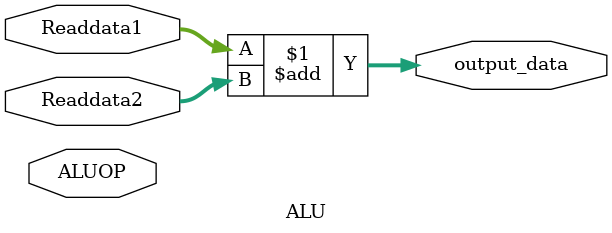
<source format=v>
`timescale 1ns / 1ps
module ALU(
    input [7:0] Readdata1,
    input [7:0] Readdata2,
	 input ALUOP,
    output [7:0] output_data
    );
	 
	 assign output_data = Readdata1 + Readdata2;
endmodule

</source>
